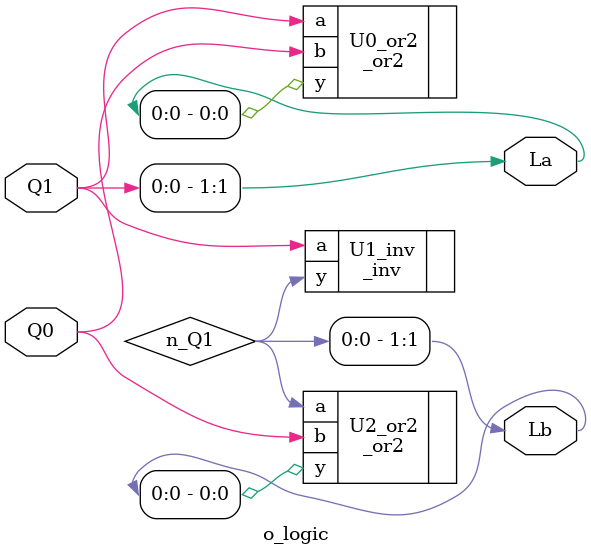
<source format=v>
module o_logic(Q1, Q0, La, Lb);
	input Q1, Q0;
	output [1:0] La, Lb;
	
	// outcome of La
	assign La[1] = Q1;
	_or2 U0_or2(.a(Q1), .b(Q0), .y(La[0]));
	
	// outcome of Lb
	_inv U1_inv(.a(Q1), .y(n_Q1));
	assign Lb[1] = n_Q1;
	_or2 U2_or2(.a(n_Q1), .b(Q0), .y(Lb[0]));
endmodule

</source>
